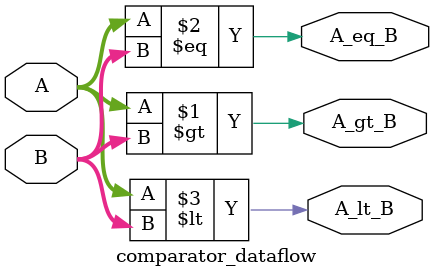
<source format=v>
module comparator_dataflow(
    input  [3:0] A,
    input  [3:0] B,
    output       A_gt_B,
    output       A_eq_B,
    output       A_lt_B
);
    assign A_gt_B = (A > B);
    assign A_eq_B = (A == B);
    assign A_lt_B = (A < B);
endmodule

</source>
